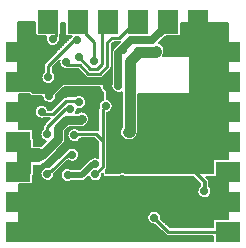
<source format=gbl>
G04 DipTrace 2.4.0.2*
%INUSBBiPower3.2.gbl*%
%MOIN*%
%ADD14C,0.02*%
%ADD15C,0.03*%
%ADD16C,0.012*%
%ADD18C,0.01*%
%ADD19C,0.035*%
%ADD20C,0.045*%
%ADD22C,0.025*%
%ADD25C,0.006*%
%ADD27R,0.08X0.0669*%
%ADD28R,0.0669X0.08*%
%ADD46C,0.028*%
%ADD62C,0.028*%
%FSLAX44Y44*%
G04*
G70*
G90*
G75*
G01*
%LNBottom*%
%LPD*%
X4595Y6832D2*
D15*
X4739D1*
X5275Y7368D1*
Y7754D1*
X5537Y8016D1*
X6024D1*
X6066Y8058D1*
X8548Y10328D2*
D19*
Y10292D1*
X7976D1*
X7664Y9979D1*
Y7608D1*
X7608D1*
X7951Y10302D2*
D15*
X7976Y10292D1*
X4595Y6832D2*
D20*
X4157D1*
Y6293D1*
X3937D1*
X4158Y6832D2*
Y7293D1*
X3937D1*
X4953Y9444D2*
D18*
Y9827D1*
X5792Y10665D1*
X5915D1*
X5105Y10711D2*
X5215Y10821D1*
Y11015D1*
X4937Y11293D1*
X5747Y6855D2*
X5593D1*
X5037Y6299D1*
X4886D1*
X4921Y6264D1*
Y6215D1*
Y7536D2*
Y7778D1*
X5509Y8366D1*
X5676D1*
X3937Y4293D2*
D16*
X4270D1*
Y5293D1*
Y4993D1*
X5270Y5992D1*
Y6232D1*
X5495Y6458D1*
X5802D1*
X6412Y7068D1*
X6243D1*
X6424Y7248D1*
Y7285D1*
X3937Y5293D2*
X4270D1*
X4473Y4140D2*
X4355D1*
Y4210D1*
X4272Y4293D1*
X5015Y8473D2*
X5425Y8884D1*
X6119D1*
X6406Y8597D1*
Y8426D1*
X3937Y8293D2*
Y8164D1*
X3723Y8378D1*
X4431D1*
X4608Y8555D1*
X4933D1*
X5015Y8473D1*
X8160Y5733D2*
X8163D1*
X8510Y5387D1*
X8908D1*
X9088D1*
X9229Y5247D1*
X10354D1*
X10726Y5618D1*
Y6293D1*
X10937D1*
X10354Y5247D2*
X10307Y5293D1*
X10937D1*
X9284Y5801D2*
D18*
Y5762D1*
X8908Y5387D1*
X6446Y7093D2*
D16*
X6373D1*
X6268Y7198D1*
D18*
X6196D1*
X6091Y7093D1*
X6268Y7198D2*
X6243Y7068D1*
X6386Y7906D2*
D16*
Y7985D1*
X6406Y8005D1*
Y8338D1*
X6450Y8382D1*
X6406Y8426D1*
X7285Y9148D2*
D22*
Y10248D1*
X7712Y10675D1*
X8425D1*
X9044Y11293D1*
X8937D1*
X7285Y10248D2*
D16*
X7330D1*
X7435Y10353D1*
X5822Y7507D2*
D18*
Y7540D1*
X6550D1*
X6767Y7323D1*
Y6441D1*
X6523Y6196D1*
X6863Y8481D2*
X6767Y8386D1*
Y7323D1*
X6490Y9988D2*
Y10604D1*
X6180Y10915D1*
Y11051D1*
X5937Y11293D1*
X5986Y10103D2*
X5975D1*
X6354Y9723D1*
X6584D1*
X6741Y9880D1*
Y11490D1*
X6937Y11293D1*
X5552Y9937D2*
Y9847D1*
X5998D1*
X6285Y9559D1*
X6666D1*
X6922Y9815D1*
Y10614D1*
X7068Y10761D1*
X7299D1*
X7832Y11293D1*
X7937D1*
X10937Y4293D2*
X8948D1*
X8484Y4757D1*
X5592Y6177D2*
D14*
X6072D1*
X6431Y6536D1*
X6504D1*
X5986Y8613D2*
D18*
X5949D1*
X5990Y8654D1*
X5556D1*
X5111Y8209D1*
X4810D1*
X4727Y8292D1*
X4983Y8814D2*
D16*
Y8950D1*
X4455D1*
X4112Y9293D1*
X3937D1*
X6917Y9096D2*
X6956Y9134D1*
X6832Y9258D1*
X5427D1*
X4983Y8814D1*
X6917Y9096D2*
Y9083D1*
X7236Y8764D1*
Y7326D1*
X8118Y6443D1*
Y7351D1*
Y6835D1*
X8585Y6368D1*
X9739D1*
X9807D1*
X10788Y7350D1*
X10880D1*
X10937Y7293D1*
X3937Y10293D2*
X4460D1*
X4599Y10154D1*
X9739Y6368D2*
X10167Y5941D1*
Y5648D1*
X10153Y5634D1*
X8118Y7351D2*
X8638D1*
Y6457D1*
X10176Y10527D2*
Y9285D1*
X10143Y9252D1*
Y8394D1*
X10015Y8266D1*
D62*
X7951Y10302D3*
X7608Y7608D3*
X8548Y10328D3*
X5915Y10665D3*
X5986Y10103D3*
X5552Y9937D3*
X4983Y8814D3*
X6917Y9096D3*
X7421Y6041D3*
X4953Y9444D3*
X8160Y5733D3*
X7298Y5096D3*
X4851Y5132D3*
X4516Y5254D3*
X8638Y6457D3*
X7285Y9148D3*
X5015Y8473D3*
X9284Y5801D3*
X5986Y8613D3*
X4473Y4140D3*
X6406Y8426D3*
X5543Y4640D3*
X7118Y4628D3*
X5676Y8366D3*
X4727Y8292D3*
X4921Y7536D3*
X6301Y5193D3*
X8484Y4757D3*
X6504Y6536D3*
X5592Y6177D3*
X6523Y6196D3*
X4921Y6215D3*
X5747Y6855D3*
X5822Y7507D3*
X4595Y6832D3*
X6066Y8058D3*
X6386Y7906D3*
X6863Y8481D3*
X6490Y9988D3*
X5105Y10711D3*
X10176Y10527D3*
X4210Y11012D3*
X4599Y10154D3*
X10752Y11063D3*
X10153Y5634D3*
X7435Y10353D3*
X10015Y8266D3*
X10143Y9252D3*
X5455Y9064D2*
D25*
X6682D1*
X5396Y9005D2*
X6698D1*
X5338Y8947D2*
X6733D1*
X5279Y8888D2*
X6768D1*
X3967Y8830D2*
X4356D1*
X5221D2*
X5895D1*
X6076D2*
X6768D1*
X3967Y8771D2*
X4749D1*
X5217D2*
X5470D1*
X6163D2*
X6769D1*
X3967Y8712D2*
X4769D1*
X5198D2*
X5407D1*
X6202D2*
X6769D1*
X3967Y8654D2*
X4809D1*
X5157D2*
X5349D1*
X6220D2*
X6702D1*
X3967Y8595D2*
X4898D1*
X5069D2*
X5290D1*
X6223D2*
X6655D1*
X3967Y8537D2*
X5232D1*
X6211D2*
X6631D1*
X3967Y8478D2*
X4582D1*
X4871D2*
X5173D1*
X6181D2*
X6625D1*
X3967Y8420D2*
X4526D1*
X4926D2*
X5115D1*
X6120D2*
X6624D1*
X3967Y8361D2*
X4499D1*
X4954D2*
X5057D1*
X5914D2*
X6619D1*
X3967Y8303D2*
X4489D1*
X5905D2*
X6619D1*
X3967Y8244D2*
X4494D1*
X6226D2*
X6619D1*
X3967Y8186D2*
X4514D1*
X6278D2*
X6619D1*
X3967Y8127D2*
X4557D1*
X6304D2*
X6619D1*
X3967Y8069D2*
X4658D1*
X6314D2*
X6619D1*
X3967Y8010D2*
X4946D1*
X6309D2*
X6619D1*
X3967Y7952D2*
X4887D1*
X6290D2*
X6619D1*
X3967Y7893D2*
X4829D1*
X6249D2*
X6619D1*
X3967Y7835D2*
X4784D1*
X6190D2*
X6619D1*
X3967Y7776D2*
X4772D1*
X6060D2*
X6619D1*
X4435Y7717D2*
X4770D1*
X5587D2*
X5719D1*
X5925D2*
X6619D1*
X4435Y7659D2*
X4718D1*
X5528D2*
X5641D1*
X4435Y7600D2*
X4692D1*
X5523D2*
X5604D1*
X4435Y7542D2*
X4683D1*
X5523D2*
X5587D1*
X4435Y7483D2*
X4688D1*
X5523D2*
X5585D1*
X4453Y7425D2*
X4711D1*
X5523D2*
X5599D1*
X4473Y7366D2*
X4756D1*
X5523D2*
X5631D1*
X6013D2*
X6517D1*
X4481Y7308D2*
X4867D1*
X5515D2*
X5696D1*
X5947D2*
X6576D1*
X4481Y7249D2*
X4808D1*
X5492D2*
X6619D1*
X4481Y7191D2*
X4750D1*
X5446D2*
X6619D1*
X5388Y7132D2*
X6619D1*
X5329Y7074D2*
X5662D1*
X5832D2*
X6619D1*
X5270Y7015D2*
X5573D1*
X5922D2*
X6619D1*
X5213Y6957D2*
X5487D1*
X5962D2*
X6619D1*
X5154Y6898D2*
X5429D1*
X5981D2*
X6619D1*
X5096Y6840D2*
X5370D1*
X5985D2*
X6619D1*
X5037Y6781D2*
X5312D1*
X5974D2*
X6619D1*
X4979Y6722D2*
X5253D1*
X5944D2*
X6359D1*
X4920Y6664D2*
X5194D1*
X5885D2*
X6281D1*
X4831Y6605D2*
X5136D1*
X5550D2*
X6223D1*
X4740Y6547D2*
X5077D1*
X5491D2*
X6164D1*
X4480Y6488D2*
X5019D1*
X5433D2*
X6106D1*
X4480Y6430D2*
X4824D1*
X5374D2*
X6047D1*
X4480Y6371D2*
X4743D1*
X5315D2*
X5459D1*
X5726D2*
X5988D1*
X4480Y6313D2*
X4704D1*
X5257D2*
X5398D1*
X4478Y6254D2*
X4686D1*
X5198D2*
X5367D1*
X4464Y6196D2*
X4683D1*
X5158D2*
X5355D1*
X4439Y6137D2*
X4696D1*
X5145D2*
X5358D1*
X4435Y6079D2*
X4726D1*
X5114D2*
X5376D1*
X6251D2*
X6316D1*
X6729D2*
X9808D1*
X10251D2*
X10938D1*
X4435Y6020D2*
X4788D1*
X5054D2*
X5416D1*
X6189D2*
X6365D1*
X6681D2*
X9866D1*
X10303D2*
X10938D1*
X4435Y5962D2*
X5500D1*
X5684D2*
X9925D1*
X10323D2*
X10938D1*
X4435Y5903D2*
X9983D1*
X10325D2*
X10938D1*
X3967Y5845D2*
X10009D1*
X10325D2*
X10938D1*
X3967Y5786D2*
X9971D1*
X10336D2*
X10938D1*
X3967Y5727D2*
X9935D1*
X10372D2*
X10938D1*
X3967Y5669D2*
X9918D1*
X10389D2*
X10938D1*
X3967Y5610D2*
X9916D1*
X10390D2*
X10938D1*
X3967Y5552D2*
X9930D1*
X10377D2*
X10937D1*
X3967Y5493D2*
X9963D1*
X10344D2*
X10937D1*
X3967Y5435D2*
X10029D1*
X10278D2*
X10937D1*
X3967Y5376D2*
X10937D1*
X3967Y5318D2*
X10937D1*
X3967Y5259D2*
X10937D1*
X3967Y5201D2*
X10937D1*
X3967Y5142D2*
X10937D1*
X3967Y5084D2*
X10937D1*
X3967Y5025D2*
X10937D1*
X3967Y4967D2*
X8378D1*
X8590D2*
X10937D1*
X3967Y4908D2*
X8302D1*
X8667D2*
X10937D1*
X3967Y4850D2*
X8266D1*
X8703D2*
X10937D1*
X3967Y4791D2*
X8249D1*
X8720D2*
X10936D1*
X3967Y4732D2*
X8247D1*
X8721D2*
X10936D1*
X3967Y4674D2*
X8261D1*
X8774D2*
X10439D1*
X3967Y4615D2*
X8295D1*
X8833D2*
X10439D1*
X3967Y4557D2*
X8361D1*
X8891D2*
X10439D1*
X3967Y4498D2*
X8536D1*
X8950D2*
X10439D1*
X3967Y4440D2*
X8595D1*
X9009D2*
X10439D1*
X3967Y4381D2*
X8653D1*
X3967Y4323D2*
X8712D1*
X3967Y4264D2*
X8770D1*
X3967Y4206D2*
X8828D1*
X3967Y4147D2*
X10439D1*
X3967Y4089D2*
X10439D1*
X3967Y4030D2*
X10439D1*
X5153Y6214D2*
X5151Y6185D1*
X5145Y6156D1*
X5136Y6127D1*
X5123Y6100D1*
X5107Y6075D1*
X5087Y6053D1*
X5065Y6033D1*
X5040Y6016D1*
X5014Y6002D1*
X4986Y5992D1*
X4956Y5985D1*
X4927Y5983D1*
X4897Y5984D1*
X4867Y5989D1*
X4839Y5998D1*
X4811Y6010D1*
X4786Y6026D1*
X4763Y6045D1*
X4742Y6066D1*
X4725Y6090D1*
X4710Y6117D1*
X4699Y6144D1*
X4692Y6173D1*
X4689Y6203D1*
Y6233D1*
X4693Y6263D1*
X4701Y6291D1*
X4713Y6319D1*
X4728Y6345D1*
X4746Y6368D1*
X4768Y6390D1*
X4802Y6414D1*
X4822Y6426D1*
X4859Y6439D1*
X4903Y6447D1*
X4933D1*
X4971Y6441D1*
X4978Y6442D1*
X5492Y6956D1*
X5515Y6975D1*
X5537Y6986D1*
X5573Y7009D1*
X5594Y7030D1*
X5618Y7048D1*
X5644Y7063D1*
X5671Y7075D1*
X5700Y7083D1*
X5730Y7087D1*
X5760D1*
X5789Y7084D1*
X5818Y7077D1*
X5846Y7066D1*
X5872Y7051D1*
X5896Y7034D1*
X5918Y7013D1*
X5937Y6990D1*
X5953Y6964D1*
X5965Y6937D1*
X5973Y6908D1*
X5978Y6879D1*
X5980Y6855D1*
X5978Y6826D1*
X5972Y6796D1*
X5962Y6768D1*
X5949Y6741D1*
X5933Y6716D1*
X5914Y6693D1*
X5891Y6673D1*
X5867Y6656D1*
X5840Y6643D1*
X5812Y6632D1*
X5783Y6626D1*
X5753Y6623D1*
X5723Y6624D1*
X5694Y6629D1*
X5665Y6638D1*
X5638Y6650D1*
X5609Y6669D1*
X5376Y6437D1*
X5153Y6215D1*
X4474Y6515D2*
X4473Y6263D1*
X4461Y6205D1*
X4439Y6149D1*
X4429Y6130D1*
Y5866D1*
X3961D1*
Y3973D1*
X10445Y3983D1*
Y4152D1*
X9950Y4151D1*
X8948D1*
X8918Y4154D1*
X8890Y4163D1*
X8869Y4175D1*
X8826Y4214D1*
X8513Y4527D1*
X8490Y4525D1*
X8460Y4526D1*
X8431Y4531D1*
X8402Y4540D1*
X8375Y4552D1*
X8349Y4568D1*
X8326Y4587D1*
X8306Y4608D1*
X8288Y4633D1*
X8274Y4659D1*
X8263Y4687D1*
X8256Y4716D1*
X8252Y4745D1*
X8253Y4775D1*
X8257Y4805D1*
X8265Y4834D1*
X8276Y4861D1*
X8292Y4887D1*
X8310Y4911D1*
X8331Y4932D1*
X8355Y4950D1*
X8381Y4965D1*
X8408Y4977D1*
X8437Y4985D1*
X8467Y4989D1*
X8496D1*
X8526Y4986D1*
X8555Y4978D1*
X8583Y4967D1*
X8609Y4953D1*
X8633Y4935D1*
X8655Y4915D1*
X8674Y4891D1*
X8689Y4866D1*
X8702Y4839D1*
X8710Y4810D1*
X8715Y4780D1*
Y4728D1*
X9008Y4436D1*
X10445D1*
Y4720D1*
X10943D1*
Y4912D1*
X10944Y6118D1*
X10203Y6120D1*
X10275Y6049D1*
X10294Y6025D1*
X10308Y5999D1*
X10316Y5970D1*
X10319Y5941D1*
Y5796D1*
X10343Y5769D1*
X10359Y5743D1*
X10371Y5716D1*
X10380Y5687D1*
X10384Y5658D1*
X10386Y5634D1*
X10384Y5605D1*
X10378Y5575D1*
X10368Y5547D1*
X10355Y5520D1*
X10339Y5495D1*
X10320Y5472D1*
X10297Y5452D1*
X10273Y5435D1*
X10246Y5422D1*
X10218Y5411D1*
X10189Y5405D1*
X10159Y5402D1*
X10129Y5403D1*
X10100Y5408D1*
X10071Y5417D1*
X10044Y5429D1*
X10019Y5445D1*
X9995Y5464D1*
X9975Y5486D1*
X9957Y5510D1*
X9943Y5536D1*
X9932Y5564D1*
X9925Y5593D1*
X9921Y5623D1*
X9922Y5653D1*
X9926Y5682D1*
X9934Y5711D1*
X9946Y5739D1*
X9961Y5764D1*
X9979Y5788D1*
X10014Y5820D1*
X10015Y5877D1*
X9772Y6121D1*
X6797Y6128D1*
X6771Y6142D1*
X6767Y6158D1*
Y6239D1*
X6754Y6226D1*
X6755Y6196D1*
X6753Y6166D1*
X6747Y6137D1*
X6738Y6108D1*
X6725Y6081D1*
X6708Y6056D1*
X6689Y6034D1*
X6667Y6014D1*
X6642Y5997D1*
X6616Y5983D1*
X6587Y5973D1*
X6558Y5966D1*
X6528Y5964D1*
X6499Y5965D1*
X6469Y5970D1*
X6441Y5979D1*
X6413Y5991D1*
X6388Y6007D1*
X6365Y6025D1*
X6344Y6047D1*
X6326Y6071D1*
X6312Y6098D1*
X6299Y6134D1*
X6208Y6041D1*
X6185Y6022D1*
X6160Y6006D1*
X6132Y5995D1*
X6103Y5987D1*
X6042Y5985D1*
X5721D1*
X5685Y5964D1*
X5657Y5954D1*
X5628Y5948D1*
X5598Y5945D1*
X5568Y5946D1*
X5539Y5951D1*
X5510Y5960D1*
X5483Y5972D1*
X5457Y5988D1*
X5434Y6007D1*
X5414Y6029D1*
X5396Y6053D1*
X5382Y6079D1*
X5371Y6107D1*
X5364Y6136D1*
X5360Y6166D1*
X5361Y6195D1*
X5365Y6225D1*
X5373Y6254D1*
X5384Y6281D1*
X5400Y6307D1*
X5418Y6331D1*
X5439Y6352D1*
X5463Y6370D1*
X5489Y6385D1*
X5516Y6397D1*
X5545Y6405D1*
X5575Y6409D1*
X5604D1*
X5634Y6406D1*
X5663Y6398D1*
X5691Y6387D1*
X5722Y6369D1*
X5993Y6370D1*
X6148Y6525D1*
X6295Y6672D1*
X6318Y6692D1*
X6340Y6706D1*
X6351Y6711D1*
X6375Y6729D1*
X6400Y6744D1*
X6428Y6756D1*
X6457Y6764D1*
X6486Y6768D1*
X6516D1*
X6546Y6765D1*
X6575Y6758D1*
X6603Y6747D1*
X6625Y6734D1*
X6624Y7265D1*
X6490Y7398D1*
X6027D1*
X6008Y7367D1*
X5988Y7344D1*
X5966Y7324D1*
X5942Y7307D1*
X5915Y7294D1*
X5887Y7284D1*
X5858Y7277D1*
X5828Y7274D1*
X5798Y7276D1*
X5769Y7281D1*
X5740Y7289D1*
X5713Y7302D1*
X5687Y7317D1*
X5664Y7336D1*
X5644Y7358D1*
X5626Y7382D1*
X5612Y7408D1*
X5601Y7436D1*
X5593Y7465D1*
X5590Y7495D1*
Y7525D1*
X5595Y7554D1*
X5603Y7583D1*
X5614Y7611D1*
X5629Y7637D1*
X5648Y7660D1*
X5669Y7681D1*
X5693Y7700D1*
X5718Y7715D1*
X5746Y7726D1*
X5775Y7734D1*
X5804Y7738D1*
X5834Y7739D1*
X5864Y7735D1*
X5893Y7728D1*
X5921Y7717D1*
X5947Y7702D1*
X5973Y7683D1*
X6550D1*
X6580Y7680D1*
X6603Y7672D1*
X6625Y7682D1*
Y8386D1*
X6627Y8410D1*
X6634Y8440D1*
X6631Y8469D1*
Y8499D1*
X6635Y8529D1*
X6643Y8558D1*
X6655Y8585D1*
X6670Y8611D1*
X6688Y8635D1*
X6710Y8656D1*
X6733Y8674D1*
X6774Y8695D1*
Y8913D1*
X6739Y8947D1*
X6721Y8971D1*
X6707Y8997D1*
X6696Y9025D1*
X6689Y9054D1*
X6685Y9084D1*
X6686Y9105D1*
X5490Y9106D1*
X5215Y8830D1*
X5214Y8784D1*
X5208Y8754D1*
X5198Y8726D1*
X5185Y8699D1*
X5169Y8674D1*
X5150Y8651D1*
X5127Y8631D1*
X5103Y8614D1*
X5076Y8601D1*
X5048Y8591D1*
X5019Y8584D1*
X4989Y8581D1*
X4959Y8583D1*
X4930Y8588D1*
X4901Y8596D1*
X4874Y8609D1*
X4848Y8624D1*
X4825Y8643D1*
X4805Y8665D1*
X4787Y8689D1*
X4773Y8715D1*
X4762Y8743D1*
X4755Y8772D1*
X4752Y8797D1*
X4455D1*
X4426Y8800D1*
X4397Y8809D1*
X4371Y8823D1*
X4348Y8842D1*
X4323Y8866D1*
X3961D1*
Y7720D1*
X4429D1*
Y7458D1*
X4446Y7428D1*
X4466Y7372D1*
X4475Y7313D1*
X4476Y7148D1*
X4595Y7149D1*
X4654Y7144D1*
X4686Y7136D1*
X4716Y7151D1*
X4873Y7308D1*
X4839Y7318D1*
X4811Y7331D1*
X4786Y7347D1*
X4763Y7365D1*
X4742Y7387D1*
X4725Y7411D1*
X4710Y7438D1*
X4699Y7465D1*
X4692Y7494D1*
X4689Y7524D1*
Y7554D1*
X4693Y7584D1*
X4701Y7612D1*
X4713Y7640D1*
X4728Y7666D1*
X4746Y7689D1*
X4779Y7719D1*
X4778Y7778D1*
X4782Y7808D1*
X4791Y7836D1*
X4802Y7857D1*
X4841Y7900D1*
X5009Y8067D1*
X4809D1*
X4789Y8069D1*
X4762Y8063D1*
X4733Y8060D1*
X4703Y8061D1*
X4673Y8066D1*
X4645Y8075D1*
X4617Y8087D1*
X4592Y8103D1*
X4569Y8122D1*
X4548Y8144D1*
X4531Y8168D1*
X4516Y8194D1*
X4505Y8222D1*
X4498Y8251D1*
X4495Y8281D1*
Y8310D1*
X4499Y8340D1*
X4507Y8369D1*
X4519Y8396D1*
X4534Y8422D1*
X4552Y8446D1*
X4574Y8467D1*
X4597Y8485D1*
X4623Y8500D1*
X4651Y8512D1*
X4680Y8520D1*
X4709Y8524D1*
X4739D1*
X4769Y8521D1*
X4798Y8514D1*
X4826Y8503D1*
X4852Y8488D1*
X4876Y8470D1*
X4898Y8450D1*
X4916Y8427D1*
X4932Y8401D1*
X4944Y8374D1*
X4951Y8351D1*
X5053Y8352D1*
X5456Y8755D1*
X5479Y8773D1*
X5505Y8787D1*
X5528Y8794D1*
X5586Y8796D1*
X5844Y8797D1*
X5882Y8821D1*
X5910Y8833D1*
X5939Y8841D1*
X5968Y8845D1*
X5998D1*
X6028Y8842D1*
X6057Y8835D1*
X6085Y8824D1*
X6111Y8809D1*
X6135Y8792D1*
X6157Y8771D1*
X6176Y8748D1*
X6191Y8722D1*
X6203Y8695D1*
X6212Y8666D1*
X6217Y8637D1*
X6218Y8613D1*
X6216Y8584D1*
X6211Y8554D1*
X6201Y8526D1*
X6188Y8499D1*
X6172Y8474D1*
X6152Y8451D1*
X6130Y8431D1*
X6105Y8414D1*
X6079Y8401D1*
X6051Y8390D1*
X6022Y8384D1*
X5992Y8381D1*
X5962Y8382D1*
X5932Y8387D1*
X5907Y8395D1*
X5908Y8366D1*
X5906Y8337D1*
X5901Y8307D1*
X5891Y8279D1*
X5881Y8258D1*
X5931Y8259D1*
X5968Y8280D1*
X5996Y8290D1*
X6025Y8297D1*
X6055Y8300D1*
X6085D1*
X6114Y8295D1*
X6143Y8288D1*
X6171Y8276D1*
X6197Y8262D1*
X6221Y8244D1*
X6243Y8223D1*
X6262Y8200D1*
X6278Y8175D1*
X6291Y8148D1*
X6300Y8120D1*
X6306Y8090D1*
X6308Y8060D1*
X6306Y8031D1*
X6301Y8001D1*
X6292Y7973D1*
X6280Y7945D1*
X6265Y7920D1*
X6237Y7887D1*
X6173Y7825D1*
X6148Y7808D1*
X6122Y7795D1*
X6094Y7784D1*
X6065Y7777D1*
X6037Y7774D1*
X5638D1*
X5517Y7654D1*
Y7368D1*
X5515Y7338D1*
X5510Y7308D1*
X5501Y7280D1*
X5488Y7253D1*
X5473Y7227D1*
X5455Y7206D1*
X4910Y6660D1*
X4888Y6641D1*
X4863Y6624D1*
X4836Y6610D1*
X3962Y11210D2*
X4504D1*
X5370D2*
X5505D1*
X9370D2*
X10947D1*
X3962Y11152D2*
X4504D1*
X5370D2*
X5505D1*
X9370D2*
X10947D1*
X3962Y11093D2*
X4504D1*
X5370D2*
X5505D1*
X9370D2*
X10947D1*
X3962Y11035D2*
X4504D1*
X5370D2*
X5505D1*
X9370D2*
X10947D1*
X3962Y10976D2*
X4504D1*
X5370D2*
X5505D1*
X9370D2*
X10947D1*
X3962Y10917D2*
X4504D1*
X5370D2*
X5505D1*
X9370D2*
X10947D1*
X3962Y10859D2*
X4511D1*
X5363D2*
X5505D1*
X9370D2*
X10947D1*
X3962Y10800D2*
X4885D1*
X5361D2*
X5721D1*
X8864D2*
X10947D1*
X3962Y10742D2*
X4869D1*
X5341D2*
X5662D1*
X8806D2*
X10947D1*
X3962Y10683D2*
X4869D1*
X5342D2*
X5604D1*
X8747D2*
X10947D1*
X3962Y10625D2*
X4884D1*
X5327D2*
X5545D1*
X8688D2*
X10947D1*
X3962Y10566D2*
X4917D1*
X5293D2*
X5486D1*
X7081D2*
X7290D1*
X8676D2*
X10947D1*
X3962Y10508D2*
X4987D1*
X5224D2*
X5428D1*
X7070D2*
X7232D1*
X8752D2*
X10947D1*
X3962Y10449D2*
X5369D1*
X7070D2*
X7173D1*
X8792D2*
X10947D1*
X3962Y10391D2*
X5311D1*
X7070D2*
X7116D1*
X8813D2*
X10947D1*
X3962Y10332D2*
X5252D1*
X8821D2*
X10947D1*
X3962Y10274D2*
X5193D1*
X8821D2*
X10947D1*
X3962Y10215D2*
X5135D1*
X8810D2*
X10947D1*
X3962Y10157D2*
X5076D1*
X8784D2*
X10947D1*
X3962Y10098D2*
X5018D1*
X9676D2*
X10947D1*
X3962Y10040D2*
X4959D1*
X9676D2*
X10947D1*
X3962Y9981D2*
X4901D1*
X9676D2*
X10947D1*
X3962Y9922D2*
X4843D1*
X5257D2*
X5315D1*
X9676D2*
X10947D1*
X3962Y9864D2*
X4810D1*
X5198D2*
X5326D1*
X9676D2*
X10947D1*
X3962Y9805D2*
X4805D1*
X5140D2*
X5355D1*
X9676D2*
X10947D1*
X3962Y9747D2*
X4805D1*
X5101D2*
X5413D1*
X9676D2*
X10947D1*
X3962Y9688D2*
X4805D1*
X5101D2*
X5949D1*
X7002D2*
X7061D1*
X9676D2*
X10947D1*
X3962Y9630D2*
X4805D1*
X5101D2*
X6008D1*
X6943D2*
X7061D1*
X9676D2*
X10947D1*
X3962Y9571D2*
X4754D1*
X5154D2*
X6066D1*
X6884D2*
X7061D1*
X9676D2*
X10947D1*
X3962Y9513D2*
X4726D1*
X5181D2*
X6124D1*
X6826D2*
X7061D1*
X9676D2*
X10947D1*
X3962Y9454D2*
X4715D1*
X5191D2*
X6183D1*
X6768D2*
X7061D1*
X9676D2*
X10947D1*
X3962Y9396D2*
X4720D1*
X5186D2*
X7061D1*
X9676D2*
X10947D1*
X3962Y9337D2*
X4741D1*
X5166D2*
X7061D1*
X9676D2*
X10947D1*
X3962Y9279D2*
X4784D1*
X5123D2*
X5386D1*
X6871D2*
X7061D1*
X9676D2*
X10947D1*
X3962Y9220D2*
X4885D1*
X5023D2*
X5316D1*
X6901D2*
X7059D1*
X9676D2*
X10947D1*
X3962Y9162D2*
X5246D1*
X6901D2*
X7047D1*
X9676D2*
X10947D1*
X3962Y9103D2*
X5175D1*
X6901D2*
X7051D1*
X9676D2*
X10947D1*
X4078Y9045D2*
X5106D1*
X6901D2*
X7071D1*
X9676D2*
X10947D1*
X4441Y8986D2*
X5036D1*
X6902D2*
X7113D1*
X9676D2*
X10947D1*
X4804Y8927D2*
X4966D1*
X6902D2*
X7206D1*
X9676D2*
X10947D1*
X6902Y8869D2*
X7391D1*
X7936D2*
X10947D1*
X6902Y8810D2*
X7391D1*
X7936D2*
X10947D1*
X6902Y8752D2*
X7391D1*
X7936D2*
X10947D1*
X6963Y8693D2*
X7391D1*
X7936D2*
X10947D1*
X7042Y8635D2*
X7391D1*
X7936D2*
X10947D1*
X7081Y8576D2*
X7391D1*
X7936D2*
X10947D1*
X7098Y8518D2*
X7391D1*
X7936D2*
X10947D1*
X7100Y8459D2*
X7391D1*
X7936D2*
X10947D1*
X7086Y8401D2*
X7391D1*
X7936D2*
X10947D1*
X7055Y8342D2*
X7391D1*
X7936D2*
X10947D1*
X6991Y8284D2*
X7391D1*
X7936D2*
X10947D1*
X6915Y8225D2*
X7391D1*
X7936D2*
X10947D1*
X6915Y8167D2*
X7391D1*
X7936D2*
X10947D1*
X6915Y8108D2*
X7391D1*
X7936D2*
X10947D1*
X6915Y8050D2*
X7391D1*
X7936D2*
X10947D1*
X6915Y7991D2*
X7391D1*
X7936D2*
X10947D1*
X6915Y7932D2*
X7391D1*
X7936D2*
X10947D1*
X6915Y7874D2*
X7391D1*
X7936D2*
X10947D1*
X6915Y7815D2*
X7391D1*
X7936D2*
X10947D1*
X6915Y7757D2*
X7380D1*
X7936D2*
X10947D1*
X6915Y7698D2*
X7351D1*
X7936D2*
X10947D1*
X6915Y7640D2*
X7337D1*
X7936D2*
X10947D1*
X6915Y7581D2*
X7336D1*
X7935D2*
X10947D1*
X6915Y7523D2*
X7349D1*
X7923D2*
X10947D1*
X6915Y7464D2*
X7377D1*
X7895D2*
X10947D1*
X6915Y7406D2*
X7428D1*
X7845D2*
X10947D1*
X6915Y7347D2*
X7544D1*
X7728D2*
X10947D1*
X6915Y7289D2*
X10947D1*
X6915Y7230D2*
X10947D1*
X6915Y7172D2*
X10947D1*
X6915Y7113D2*
X10947D1*
X6915Y7054D2*
X10947D1*
X6915Y6996D2*
X10947D1*
X6915Y6937D2*
X10947D1*
X6915Y6879D2*
X10947D1*
X6915Y6820D2*
X10947D1*
X6915Y6762D2*
X10947D1*
X6915Y6703D2*
X10439D1*
X6915Y6645D2*
X10439D1*
X6915Y6586D2*
X10439D1*
X6915Y6528D2*
X10439D1*
X6915Y6469D2*
X10439D1*
X6913Y6411D2*
X10439D1*
X6897Y6352D2*
X10439D1*
X6896Y6294D2*
X10439D1*
X9364Y11244D2*
Y10801D1*
X8859D1*
X8637Y10580D1*
X8664Y10569D1*
X8706Y10544D1*
X8743Y10512D1*
X8773Y10473D1*
X8795Y10429D1*
X8810Y10383D1*
X8815Y10334D1*
X8814Y10267D1*
X8805Y10219D1*
X8788Y10173D1*
X8773Y10148D1*
X9670D1*
Y8877D1*
X7932D1*
X7931Y8722D1*
Y7608D1*
X7929Y7578D1*
X7924Y7549D1*
X7916Y7520D1*
X7905Y7492D1*
X7890Y7466D1*
X7873Y7442D1*
X7853Y7419D1*
X7831Y7399D1*
X7806Y7382D1*
X7780Y7367D1*
X7753Y7356D1*
X7724Y7347D1*
X7695Y7342D1*
X7634Y7341D1*
X7578Y7342D1*
X7549Y7347D1*
X7520Y7355D1*
X7493Y7367D1*
X7466Y7381D1*
X7442Y7399D1*
X7420Y7418D1*
X7400Y7441D1*
X7382Y7465D1*
X7368Y7491D1*
X7356Y7519D1*
X7348Y7548D1*
X7343Y7577D1*
X7341Y7607D1*
X7343Y7637D1*
X7347Y7666D1*
X7356Y7695D1*
X7367Y7723D1*
X7381Y7749D1*
X7397Y7771D1*
X7396Y8715D1*
Y8944D1*
X7350Y8925D1*
X7321Y8919D1*
X7291Y8916D1*
X7261Y8917D1*
X7231Y8922D1*
X7203Y8931D1*
X7176Y8943D1*
X7150Y8959D1*
X7127Y8978D1*
X7106Y8999D1*
X7089Y9024D1*
X7074Y9050D1*
X7063Y9078D1*
X7056Y9107D1*
X7053Y9136D1*
Y9166D1*
X7058Y9196D1*
X7067Y9229D1*
X7068Y10248D1*
X7070Y10278D1*
X7076Y10307D1*
X7086Y10335D1*
X7100Y10362D1*
X7115Y10383D1*
X7174Y10444D1*
X7363Y10634D1*
X7327Y10621D1*
X7269Y10618D1*
X7127D1*
X7064Y10554D1*
Y9815D1*
X7061Y9785D1*
X7052Y9757D1*
X7040Y9736D1*
X7001Y9693D1*
X6766Y9458D1*
X6743Y9440D1*
X6716Y9426D1*
X6694Y9419D1*
X6636Y9417D1*
X6285D1*
X6256Y9420D1*
X6227Y9429D1*
X6207Y9441D1*
X6164Y9480D1*
X5938Y9704D1*
X5535Y9705D1*
X5499Y9711D1*
X5470Y9720D1*
X5443Y9732D1*
X5417Y9748D1*
X5394Y9767D1*
X5373Y9789D1*
X5356Y9813D1*
X5341Y9839D1*
X5331Y9867D1*
X5323Y9896D1*
X5320Y9926D1*
Y9956D1*
X5329Y10001D1*
X5096Y9767D1*
Y9627D1*
X5124Y9601D1*
X5143Y9578D1*
X5159Y9552D1*
X5171Y9525D1*
X5180Y9496D1*
X5185Y9467D1*
X5186Y9444D1*
X5184Y9414D1*
X5178Y9384D1*
X5169Y9356D1*
X5156Y9329D1*
X5139Y9304D1*
X5120Y9281D1*
X5098Y9261D1*
X5073Y9244D1*
X5046Y9231D1*
X5018Y9220D1*
X4989Y9214D1*
X4959Y9211D1*
X4929Y9212D1*
X4900Y9217D1*
X4871Y9226D1*
X4844Y9239D1*
X4819Y9254D1*
X4795Y9273D1*
X4775Y9295D1*
X4757Y9319D1*
X4743Y9345D1*
X4732Y9373D1*
X4725Y9402D1*
X4721Y9432D1*
X4722Y9462D1*
X4726Y9491D1*
X4734Y9520D1*
X4746Y9548D1*
X4761Y9573D1*
X4779Y9597D1*
X4811Y9627D1*
Y9827D1*
X4814Y9856D1*
X4824Y9885D1*
X4835Y9905D1*
X4874Y9948D1*
X5691Y10766D1*
X5710Y10782D1*
X5728Y10802D1*
X5510Y10801D1*
Y11262D1*
X5365D1*
X5364Y11065D1*
Y10893D1*
X5357Y10859D1*
Y10821D1*
X5354Y10791D1*
X5336Y10734D1*
X5337Y10711D1*
X5335Y10681D1*
X5330Y10652D1*
X5320Y10623D1*
X5307Y10597D1*
X5291Y10571D1*
X5271Y10549D1*
X5249Y10529D1*
X5225Y10512D1*
X5198Y10498D1*
X5170Y10488D1*
X5141Y10481D1*
X5111Y10479D1*
X5081Y10480D1*
X5052Y10485D1*
X5023Y10494D1*
X4996Y10506D1*
X4970Y10522D1*
X4947Y10541D1*
X4927Y10562D1*
X4909Y10586D1*
X4895Y10613D1*
X4884Y10641D1*
X4876Y10670D1*
X4873Y10699D1*
Y10729D1*
X4878Y10759D1*
X4891Y10800D1*
X4602Y10801D1*
X4573Y10806D1*
X4547Y10820D1*
X4526Y10841D1*
X4514Y10868D1*
X4510Y10893D1*
Y11266D1*
X3957Y11269D1*
X3956Y10640D1*
Y9063D1*
X4477Y8979D1*
X4943Y8904D1*
X5385Y9273D1*
X5410Y9288D1*
X5443Y9295D1*
X6803Y9303D1*
X6832Y9298D1*
X6858Y9285D1*
X6879Y9263D1*
X6892Y9236D1*
X6896Y9211D1*
X6897Y8711D1*
X6934Y8702D1*
X6962Y8691D1*
X6988Y8677D1*
X7012Y8659D1*
X7033Y8639D1*
X7052Y8615D1*
X7068Y8590D1*
X7080Y8563D1*
X7089Y8534D1*
X7094Y8504D1*
X7095Y8481D1*
X7093Y8451D1*
X7087Y8422D1*
X7078Y8393D1*
X7065Y8367D1*
X7048Y8342D1*
X7029Y8319D1*
X7007Y8299D1*
X6982Y8282D1*
X6956Y8268D1*
X6910Y8254D1*
Y7698D1*
Y6441D1*
X6907Y6411D1*
X6899Y6387D1*
X6890Y6347D1*
Y6249D1*
X7317D1*
X7345Y6260D1*
X7374Y6268D1*
X7403Y6272D1*
X7433Y6273D1*
X7463Y6269D1*
X7492Y6262D1*
X7526Y6248D1*
X10445Y6241D1*
Y6720D1*
X10954Y6721D1*
X10953Y11237D1*
X9363Y11244D1*
D27*
X10937Y4293D3*
X3937Y9293D3*
X10937Y7293D3*
Y8293D3*
Y9293D3*
Y10293D3*
D28*
X8937Y11293D3*
D27*
X3937Y4293D3*
Y5293D3*
Y6293D3*
Y7293D3*
D28*
X9937Y11293D3*
D27*
X10937Y5293D3*
Y6293D3*
X3937Y8293D3*
Y10293D3*
D46*
X6446Y7093D3*
X6268Y7198D3*
X6091Y7093D3*
G36*
X4602Y11693D2*
X5272D1*
Y10893D1*
X4602D1*
Y11693D1*
G37*
D28*
X5937Y11293D3*
X6937D3*
X7937D3*
M02*

</source>
